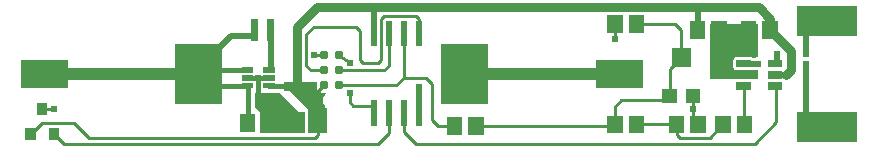
<source format=gbr>
G04 start of page 2 for group 0 idx 0 *
G04 Title: (unknown), top *
G04 Creator: pcb 20140316 *
G04 CreationDate: Thu 20 Aug 2020 03:01:14 AM GMT UTC *
G04 For: railfan *
G04 Format: Gerber/RS-274X *
G04 PCB-Dimensions (mil): 3100.00 750.00 *
G04 PCB-Coordinate-Origin: lower left *
%MOIN*%
%FSLAX25Y25*%
%LNTOP*%
%ADD32C,0.0480*%
%ADD31C,0.0390*%
%ADD30C,0.0120*%
%ADD29C,0.0240*%
%ADD28R,0.0630X0.0630*%
%ADD27R,0.0470X0.0470*%
%ADD26R,0.0244X0.0244*%
%ADD25R,0.1000X0.1000*%
%ADD24R,0.0200X0.0200*%
%ADD23R,0.0240X0.0240*%
%ADD22R,0.0185X0.0185*%
%ADD21R,0.1560X0.1560*%
%ADD20R,0.0512X0.0512*%
%ADD19C,0.0310*%
%ADD18R,0.0920X0.0920*%
%ADD17R,0.0340X0.0340*%
%ADD16C,0.0150*%
%ADD15C,0.0300*%
%ADD14C,0.0200*%
%ADD13C,0.0100*%
%ADD12C,0.0400*%
%ADD11C,0.0001*%
G54D11*G36*
X114000Y19500D02*X110000D01*
X110000Y19500D01*
X107500D01*
Y36500D01*
X110654D01*
X110567Y36290D01*
X110474Y35900D01*
X110442Y35500D01*
X110474Y35100D01*
X110567Y34710D01*
X110721Y34339D01*
X110931Y33997D01*
X111191Y33691D01*
X111497Y33431D01*
X111839Y33221D01*
X112210Y33067D01*
X112600Y32974D01*
X113000Y32942D01*
X113400Y32974D01*
X113790Y33067D01*
X114000Y33154D01*
Y33041D01*
X113761Y32894D01*
X113408Y32592D01*
X113106Y32239D01*
X112863Y31843D01*
X112686Y31414D01*
X112577Y30963D01*
X112541Y30500D01*
X112577Y30037D01*
X112686Y29586D01*
X112863Y29157D01*
X113106Y28761D01*
X113408Y28408D01*
X113761Y28106D01*
X114000Y27959D01*
Y19500D01*
G37*
G36*
X110000Y36500D02*Y33500D01*
X99500D01*
Y36500D01*
X110000D01*
G37*
G36*
X108500Y26500D02*X100500Y34500D01*
X108500D01*
Y26500D01*
G37*
G36*
X91500D02*X106500D01*
Y19500D01*
X91500D01*
Y26500D01*
G37*
G36*
Y25500D02*Y26500D01*
X90000Y28000D01*
Y33000D01*
X98000D01*
X104500Y26500D01*
Y25500D01*
X91500D01*
G37*
G36*
X249422Y43960D02*X249431Y41363D01*
X249468Y41210D01*
X249528Y41064D01*
X249610Y40930D01*
X249712Y40810D01*
X249832Y40708D01*
X249966Y40626D01*
X250112Y40566D01*
X250265Y40529D01*
X250422Y40520D01*
X255381Y40529D01*
X255534Y40566D01*
X255680Y40626D01*
X255814Y40708D01*
X255852Y40740D01*
X256580D01*
X256818Y40641D01*
X257155Y40560D01*
X257500Y40533D01*
Y37500D01*
X241500D01*
Y56000D01*
X257500D01*
Y44947D01*
X257155Y44920D01*
X256818Y44839D01*
X256580Y44740D01*
X255852D01*
X255814Y44772D01*
X255680Y44854D01*
X255534Y44914D01*
X255381Y44951D01*
X255224Y44960D01*
X250265Y44951D01*
X250112Y44914D01*
X249966Y44854D01*
X249832Y44772D01*
X249712Y44670D01*
X249610Y44550D01*
X249528Y44416D01*
X249468Y44270D01*
X249431Y44117D01*
X249422Y43960D01*
G37*
G54D12*X159800Y39250D02*X181500D01*
X181750D02*X211300D01*
G54D13*X143500Y16000D02*X256500D01*
X143500D02*X139500Y20000D01*
X163543Y22000D02*X209457D01*
X209957Y22500D01*
X151000Y22000D02*X156457D01*
G54D14*X144500Y35000D02*Y26250D01*
G54D13*X149000Y36000D02*Y24000D01*
X151000Y22000D01*
X212000Y30500D02*X226650D01*
X228100Y31950D01*
X256500Y16000D02*X263677Y23177D01*
X241500Y18000D02*X245957Y22500D01*
X241500Y18000D02*X231500D01*
X230457Y19043D01*
Y22500D01*
X263677Y23177D02*Y35260D01*
X253043Y22500D02*Y35260D01*
G54D14*X273500Y42740D02*Y21500D01*
G54D13*X236043Y22500D02*Y31950D01*
X217043Y22500D02*X230500D01*
X209957D02*Y28457D01*
X212000Y30500D01*
X228100Y31950D02*Y40849D01*
G54D14*X237500Y61000D02*X237543Y54000D01*
G54D15*X261500Y57500D02*X258000Y61500D01*
G54D14*X264000Y46000D02*Y43000D01*
X263177Y39000D02*X267000D01*
G54D15*X268500Y40500D01*
Y47043D01*
X261543Y54000D01*
G54D14*X273500Y46000D02*Y57000D01*
X252823Y42740D02*X257500D01*
G54D13*X228100Y40849D02*X232000Y44750D01*
G54D15*X261500Y57500D02*Y54000D01*
X110500Y61500D02*X258000D01*
G54D13*X210000Y51000D02*Y56000D01*
X217043D02*X230000D01*
X232000Y54000D01*
Y44750D01*
X113000Y35500D02*X110000Y32500D01*
X111000Y19000D02*Y27000D01*
X113000Y45500D02*X109500D01*
X113000Y40500D02*X108500D01*
X118000D02*X133000D01*
X118000Y35500D02*X137000D01*
X125000Y44000D02*X126000Y43000D01*
X131000D01*
X118000Y45500D02*X121500Y43000D01*
X133000Y40500D02*X134500Y42000D01*
X137000Y35500D02*X139500Y38000D01*
X131000Y43000D02*X132000Y44000D01*
X131000Y16000D02*X134500Y19500D01*
X139500Y20000D02*Y26250D01*
X134500Y19500D02*Y26250D01*
X121500Y33000D02*Y30000D01*
X122750Y28750D01*
X129500D01*
G54D16*X87457Y35441D02*X71200D01*
X87457Y40559D02*X71200D01*
G54D14*X82000Y52000D02*X74500Y44500D01*
G54D16*X87457Y35441D02*Y23000D01*
G54D12*X19700Y39250D02*X71200D01*
G54D13*X15100Y19300D02*X18800Y23000D01*
X34500Y18000D02*X110000D01*
X111000Y19000D01*
X18800Y23000D02*X29500D01*
X23000Y27500D02*X19000D01*
X22900Y19300D02*X26200Y16000D01*
X29500Y23000D02*X34500Y18000D01*
X26200Y16000D02*X131000D01*
G54D16*X91000Y38000D02*Y29500D01*
G54D14*X89850Y52000D02*X82000D01*
X95150D02*Y41000D01*
G54D16*X94543Y35441D02*X104500D01*
X87457Y38000D02*X95000D01*
G54D15*X104000Y55000D02*Y34000D01*
G54D13*X108500Y40500D02*X107000Y42000D01*
Y52500D01*
X109500Y55000D01*
G54D15*X104000D02*X110500Y61500D01*
G54D13*X109500Y55000D02*X123500D01*
X125000Y53500D01*
Y44000D01*
X132000D02*Y57500D01*
X133000Y58500D01*
X134500Y42000D02*Y52750D01*
X139500Y38000D02*X147000D01*
X139500D02*Y52750D01*
X144500Y57500D02*Y49250D01*
X133000Y58500D02*X143500D01*
X144500Y57500D01*
G54D14*X129500Y52750D02*Y61000D01*
G54D13*X147000Y38000D02*X149000Y36000D01*
G54D11*G36*
X281500Y25500D02*Y17500D01*
X289500D01*
Y25500D01*
X281500D01*
G37*
G36*
Y61000D02*Y53000D01*
X289500D01*
Y61000D01*
X281500D01*
G37*
G54D17*X15100Y19600D02*Y19000D01*
X22900Y19600D02*Y19000D01*
X19000Y27800D02*Y27200D01*
G54D18*X16500Y39250D02*X22900D01*
G54D19*X113000Y45500D03*
G54D20*X110543Y23393D02*Y22607D01*
X103457Y23393D02*Y22607D01*
X87457Y23393D02*Y22607D01*
X94543Y23393D02*Y22607D01*
G54D21*X71200Y41450D02*Y37050D01*
G54D22*X86413Y40559D02*X88500D01*
X86413Y38000D02*X88500D01*
X86413Y35441D02*X88500D01*
X93500D02*X95587D01*
X93500Y38000D02*X95587D01*
X93500Y40559D02*X95587D01*
G54D19*X118000Y35500D03*
X113000D03*
X118000Y40500D03*
X113000D03*
X118000Y45500D03*
G54D23*X95150Y56350D02*Y51650D01*
X89850Y56350D02*Y51650D01*
G54D24*X129500Y29500D02*Y23000D01*
Y56000D02*Y49500D01*
X134500Y29500D02*Y23000D01*
X139500Y29500D02*Y23000D01*
X144500Y29500D02*Y23000D01*
Y56000D02*Y49500D01*
X139500Y56000D02*Y49500D01*
X134500Y56000D02*Y49500D01*
G54D25*X275500Y21500D02*X285500D01*
G54D26*X251642Y35260D02*X254004D01*
G54D27*X228099Y31950D02*X228100D01*
X235900D02*X235901D01*
G54D20*X217043Y22893D02*Y22107D01*
X209957Y22893D02*Y22107D01*
X253043Y22893D02*Y22107D01*
X245957Y22893D02*Y22107D01*
X230457Y22893D02*Y22107D01*
X237543Y22893D02*Y22107D01*
G54D25*X275500Y57000D02*X285500D01*
G54D20*X261543Y54393D02*Y53607D01*
X254457Y54393D02*Y53607D01*
G54D26*X251642Y42740D02*X254004D01*
X251642Y39000D02*X254004D01*
X261996Y35260D02*X264358D01*
X261996Y39000D02*X264358D01*
X261996Y42740D02*X264358D01*
G54D20*X237457Y54393D02*Y53607D01*
X244543Y54393D02*Y53607D01*
G54D28*X232000Y44750D02*X232001D01*
G54D20*X163543Y22393D02*Y21607D01*
X156457Y22393D02*Y21607D01*
G54D18*X208100Y39250D02*X214500D01*
G54D21*X159800Y41450D02*Y37050D01*
G54D20*X209957Y56393D02*Y55607D01*
X217043Y56393D02*Y55607D01*
G54D29*X23000Y27500D03*
X121500Y43000D03*
Y33000D03*
X91000Y38000D03*
X99000Y24500D03*
Y21500D03*
X109500Y45500D03*
X97000Y28000D03*
X94500Y30000D03*
X181500Y39250D03*
X186500D03*
X191500D03*
X210000Y51000D03*
X144500Y32000D03*
Y35000D03*
X273500Y46000D03*
Y42740D03*
X264000Y46000D03*
X257500Y42740D03*
X247000Y39000D03*
X249500Y52500D03*
X236000Y27500D03*
G54D30*G54D31*G54D32*M02*

</source>
